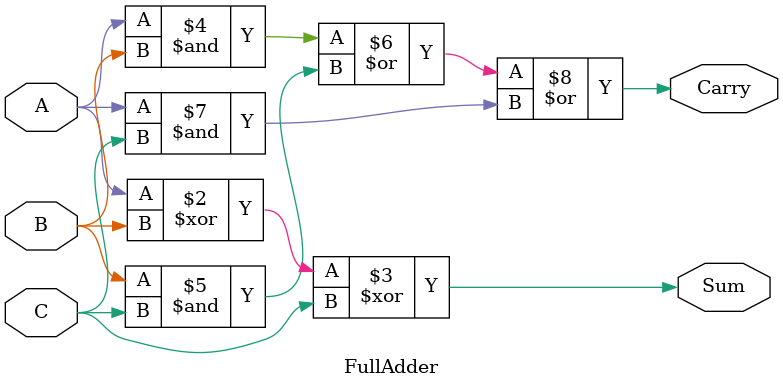
<source format=v>
`timescale 1ns / 1ps
module FullAdder(A, B, C, Sum, Carry);
input A, B, C;
output reg Sum, Carry;

always @ (A or B or C) begin
	Sum = A ^ B ^ C ;
	Carry = (A & B) | (B & C) | (A & C);
end
endmodule

</source>
